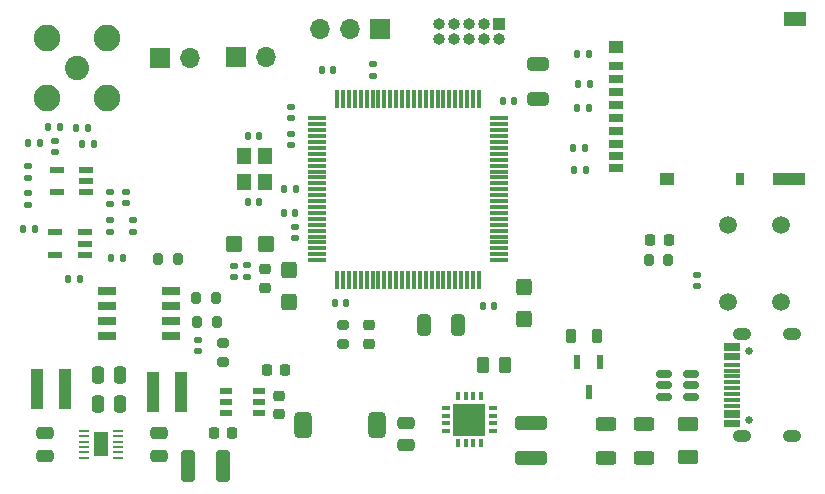
<source format=gbr>
%TF.GenerationSoftware,KiCad,Pcbnew,(5.99.0-7611-gb7875e4d41)*%
%TF.CreationDate,2020-12-16T01:58:45+00:00*%
%TF.ProjectId,CM4,434d342e-6b69-4636-9164-5f7063625858,rev?*%
%TF.SameCoordinates,Original*%
%TF.FileFunction,Soldermask,Top*%
%TF.FilePolarity,Negative*%
%FSLAX46Y46*%
G04 Gerber Fmt 4.6, Leading zero omitted, Abs format (unit mm)*
G04 Created by KiCad (PCBNEW (5.99.0-7611-gb7875e4d41)) date 2020-12-16 01:58:45*
%MOMM*%
%LPD*%
G01*
G04 APERTURE LIST*
G04 Aperture macros list*
%AMRoundRect*
0 Rectangle with rounded corners*
0 $1 Rounding radius*
0 $2 $3 $4 $5 $6 $7 $8 $9 X,Y pos of 4 corners*
0 Add a 4 corners polygon primitive as box body*
4,1,4,$2,$3,$4,$5,$6,$7,$8,$9,$2,$3,0*
0 Add four circle primitives for the rounded corners*
1,1,$1+$1,$2,$3,0*
1,1,$1+$1,$4,$5,0*
1,1,$1+$1,$6,$7,0*
1,1,$1+$1,$8,$9,0*
0 Add four rect primitives between the rounded corners*
20,1,$1+$1,$2,$3,$4,$5,0*
20,1,$1+$1,$4,$5,$6,$7,0*
20,1,$1+$1,$6,$7,$8,$9,0*
20,1,$1+$1,$8,$9,$2,$3,0*%
G04 Aperture macros list end*
%ADD10R,1.200000X0.700000*%
%ADD11R,0.800000X1.000000*%
%ADD12R,1.900000X1.300000*%
%ADD13R,2.800000X1.000000*%
%ADD14R,1.200000X1.000000*%
%ADD15R,1.000000X1.000000*%
%ADD16O,1.000000X1.000000*%
%ADD17R,1.700000X1.700000*%
%ADD18O,1.700000X1.700000*%
%ADD19RoundRect,0.250000X0.325000X0.650000X-0.325000X0.650000X-0.325000X-0.650000X0.325000X-0.650000X0*%
%ADD20RoundRect,0.250000X0.475000X-0.250000X0.475000X0.250000X-0.475000X0.250000X-0.475000X-0.250000X0*%
%ADD21RoundRect,0.250000X0.625000X-0.375000X0.625000X0.375000X-0.625000X0.375000X-0.625000X-0.375000X0*%
%ADD22RoundRect,0.250000X-0.625000X0.312500X-0.625000X-0.312500X0.625000X-0.312500X0.625000X0.312500X0*%
%ADD23RoundRect,0.135000X-0.185000X0.135000X-0.185000X-0.135000X0.185000X-0.135000X0.185000X0.135000X0*%
%ADD24RoundRect,0.250000X-0.425000X0.450000X-0.425000X-0.450000X0.425000X-0.450000X0.425000X0.450000X0*%
%ADD25RoundRect,0.140000X-0.170000X0.140000X-0.170000X-0.140000X0.170000X-0.140000X0.170000X0.140000X0*%
%ADD26RoundRect,0.150000X0.512500X0.150000X-0.512500X0.150000X-0.512500X-0.150000X0.512500X-0.150000X0*%
%ADD27RoundRect,0.135000X0.135000X0.185000X-0.135000X0.185000X-0.135000X-0.185000X0.135000X-0.185000X0*%
%ADD28RoundRect,0.250000X-1.100000X0.325000X-1.100000X-0.325000X1.100000X-0.325000X1.100000X0.325000X0*%
%ADD29RoundRect,0.218750X0.256250X-0.218750X0.256250X0.218750X-0.256250X0.218750X-0.256250X-0.218750X0*%
%ADD30RoundRect,0.250000X-0.262500X-0.450000X0.262500X-0.450000X0.262500X0.450000X-0.262500X0.450000X0*%
%ADD31RoundRect,0.140000X-0.140000X-0.170000X0.140000X-0.170000X0.140000X0.170000X-0.140000X0.170000X0*%
%ADD32RoundRect,0.140000X0.140000X0.170000X-0.140000X0.170000X-0.140000X-0.170000X0.140000X-0.170000X0*%
%ADD33RoundRect,0.135000X-0.135000X-0.185000X0.135000X-0.185000X0.135000X0.185000X-0.135000X0.185000X0*%
%ADD34RoundRect,0.140000X0.170000X-0.140000X0.170000X0.140000X-0.170000X0.140000X-0.170000X-0.140000X0*%
%ADD35RoundRect,0.250000X-0.475000X0.250000X-0.475000X-0.250000X0.475000X-0.250000X0.475000X0.250000X0*%
%ADD36C,0.670000*%
%ADD37R,1.450000X0.300000*%
%ADD38RoundRect,0.500000X0.300000X0.000000X0.300000X0.000000X-0.300000X0.000000X-0.300000X0.000000X0*%
%ADD39RoundRect,0.250000X0.650000X-0.325000X0.650000X0.325000X-0.650000X0.325000X-0.650000X-0.325000X0*%
%ADD40C,1.500000*%
%ADD41RoundRect,0.250000X0.250000X0.475000X-0.250000X0.475000X-0.250000X-0.475000X0.250000X-0.475000X0*%
%ADD42RoundRect,0.225000X-0.225000X-0.250000X0.225000X-0.250000X0.225000X0.250000X-0.225000X0.250000X0*%
%ADD43R,0.800000X0.350000*%
%ADD44R,0.350000X0.800000*%
%ADD45R,2.800000X2.800000*%
%ADD46RoundRect,0.375000X0.375000X0.725000X-0.375000X0.725000X-0.375000X-0.725000X0.375000X-0.725000X0*%
%ADD47R,1.525000X0.650000*%
%ADD48RoundRect,0.250000X0.325000X1.100000X-0.325000X1.100000X-0.325000X-1.100000X0.325000X-1.100000X0*%
%ADD49RoundRect,0.218750X-0.218750X-0.256250X0.218750X-0.256250X0.218750X0.256250X-0.218750X0.256250X0*%
%ADD50R,0.980000X3.400000*%
%ADD51R,1.200000X1.400000*%
%ADD52R,1.000001X0.599999*%
%ADD53RoundRect,0.200000X0.200000X0.275000X-0.200000X0.275000X-0.200000X-0.275000X0.200000X-0.275000X0*%
%ADD54RoundRect,0.225000X0.250000X-0.225000X0.250000X0.225000X-0.250000X0.225000X-0.250000X-0.225000X0*%
%ADD55RoundRect,0.135000X0.185000X-0.135000X0.185000X0.135000X-0.185000X0.135000X-0.185000X-0.135000X0*%
%ADD56RoundRect,0.250000X0.450000X0.425000X-0.450000X0.425000X-0.450000X-0.425000X0.450000X-0.425000X0*%
%ADD57RoundRect,0.075000X-0.725000X-0.075000X0.725000X-0.075000X0.725000X0.075000X-0.725000X0.075000X0*%
%ADD58RoundRect,0.075000X-0.075000X-0.725000X0.075000X-0.725000X0.075000X0.725000X-0.075000X0.725000X0*%
%ADD59R,0.600000X1.200000*%
%ADD60R,1.200000X0.600000*%
%ADD61RoundRect,0.200000X0.275000X-0.200000X0.275000X0.200000X-0.275000X0.200000X-0.275000X-0.200000X0*%
%ADD62RoundRect,0.218750X-0.218750X-0.381250X0.218750X-0.381250X0.218750X0.381250X-0.218750X0.381250X0*%
%ADD63R,0.850000X0.250000*%
%ADD64R,1.310000X2.120000*%
%ADD65C,2.050000*%
%ADD66C,2.250000*%
G04 APERTURE END LIST*
D10*
%TO.C,J4*%
X147825000Y-80625000D03*
X147825000Y-81725000D03*
X147825000Y-82825000D03*
X147825000Y-83925000D03*
X147825000Y-85025000D03*
X147825000Y-86125000D03*
X147825000Y-87225000D03*
X147825000Y-88325000D03*
X147825000Y-89275000D03*
D11*
X158325000Y-90225000D03*
D12*
X162925000Y-76725000D03*
D13*
X162475000Y-90225000D03*
D14*
X152125000Y-90225000D03*
X147825000Y-79075000D03*
%TD*%
D15*
%TO.C,J3*%
X137900000Y-77100000D03*
D16*
X137900000Y-78370000D03*
X136630000Y-77100000D03*
X136630000Y-78370000D03*
X135360000Y-77100000D03*
X135360000Y-78370000D03*
X134090000Y-77100000D03*
X134090000Y-78370000D03*
X132820000Y-77100000D03*
X132820000Y-78370000D03*
%TD*%
D17*
%TO.C,J6*%
X109200000Y-80000000D03*
D18*
X111740000Y-80000000D03*
%TD*%
D19*
%TO.C,C15*%
X134475000Y-102600000D03*
X131525000Y-102600000D03*
%TD*%
D20*
%TO.C,C12*%
X130000000Y-112750000D03*
X130000000Y-110850000D03*
%TD*%
D21*
%TO.C,F1*%
X153900000Y-113800000D03*
X153900000Y-111000000D03*
%TD*%
D22*
%TO.C,R15*%
X147000000Y-110937500D03*
X147000000Y-113862500D03*
%TD*%
D23*
%TO.C,R3*%
X106900000Y-93690000D03*
X106900000Y-94710000D03*
%TD*%
D24*
%TO.C,C25*%
X120142000Y-97964000D03*
X120142000Y-100664000D03*
%TD*%
D25*
%TO.C,C18*%
X120300000Y-86420000D03*
X120300000Y-87380000D03*
%TD*%
D26*
%TO.C,U1*%
X154137500Y-108650000D03*
X154137500Y-107700000D03*
X154137500Y-106750000D03*
X151862500Y-106750000D03*
X151862500Y-107700000D03*
X151862500Y-108650000D03*
%TD*%
D27*
%TO.C,R24*%
X145510000Y-84200000D03*
X144490000Y-84200000D03*
%TD*%
D28*
%TO.C,C11*%
X140600000Y-110925000D03*
X140600000Y-113875000D03*
%TD*%
D29*
%TO.C,D2*%
X126900000Y-104187500D03*
X126900000Y-102612500D03*
%TD*%
D30*
%TO.C,R17*%
X136587500Y-106000000D03*
X138412500Y-106000000D03*
%TD*%
D31*
%TO.C,C17*%
X138220000Y-83600000D03*
X139180000Y-83600000D03*
%TD*%
D24*
%TO.C,C13*%
X140000000Y-99350000D03*
X140000000Y-102050000D03*
%TD*%
D32*
%TO.C,C16*%
X124980000Y-100700000D03*
X124020000Y-100700000D03*
%TD*%
D33*
%TO.C,R2*%
X97990000Y-87200000D03*
X99010000Y-87200000D03*
%TD*%
D34*
%TO.C,C1*%
X105000000Y-94680000D03*
X105000000Y-93720000D03*
%TD*%
D32*
%TO.C,C2*%
X103080000Y-85900000D03*
X102120000Y-85900000D03*
%TD*%
D27*
%TO.C,R8*%
X102410000Y-98700000D03*
X101390000Y-98700000D03*
%TD*%
D35*
%TO.C,C9*%
X109100000Y-111750000D03*
X109100000Y-113650000D03*
%TD*%
D36*
%TO.C,J2*%
X159050000Y-104800000D03*
X159050000Y-110600000D03*
D37*
X157600000Y-111100000D03*
X157600000Y-110300000D03*
X157600000Y-108950000D03*
X157600000Y-107950000D03*
X157600000Y-107450000D03*
X157600000Y-106450000D03*
X157600000Y-105100000D03*
X157600000Y-104300000D03*
X157600000Y-104600000D03*
X157600000Y-105400000D03*
X157600000Y-105950000D03*
X157600000Y-106950000D03*
X157600000Y-108450000D03*
X157600000Y-109450000D03*
X157600000Y-110000000D03*
X157600000Y-110800000D03*
D38*
X158520000Y-112020000D03*
X158520000Y-103380000D03*
X162700000Y-103380000D03*
X162700000Y-112020000D03*
%TD*%
D39*
%TO.C,C19*%
X141200000Y-83475000D03*
X141200000Y-80525000D03*
%TD*%
D40*
%TO.C,S1*%
X161800000Y-100650000D03*
X161800000Y-94150000D03*
X157300000Y-94150000D03*
X157300000Y-100650000D03*
%TD*%
D27*
%TO.C,R20*%
X120710000Y-91100000D03*
X119690000Y-91100000D03*
%TD*%
D41*
%TO.C,C8*%
X105850000Y-106850000D03*
X103950000Y-106850000D03*
%TD*%
D33*
%TO.C,R6*%
X102610000Y-87300000D03*
X103630000Y-87300000D03*
%TD*%
D42*
%TO.C,C27*%
X113779000Y-111760000D03*
X115329000Y-111760000D03*
%TD*%
D43*
%TO.C,IC5*%
X133400000Y-109625000D03*
X133400000Y-110275000D03*
X133400000Y-110925000D03*
X133400000Y-111575000D03*
D44*
X134425000Y-112600000D03*
X135075000Y-112600000D03*
X135725000Y-112600000D03*
X136375000Y-112600000D03*
D43*
X137400000Y-111575000D03*
X137400000Y-110925000D03*
X137400000Y-110275000D03*
X137400000Y-109625000D03*
D44*
X136375000Y-108600000D03*
X135725000Y-108600000D03*
X135075000Y-108600000D03*
X134425000Y-108600000D03*
D45*
X135400000Y-110600000D03*
%TD*%
D25*
%TO.C,C5*%
X112400000Y-103820000D03*
X112400000Y-104780000D03*
%TD*%
D27*
%TO.C,R26*%
X145310000Y-89500000D03*
X144290000Y-89500000D03*
%TD*%
D41*
%TO.C,C6*%
X105850000Y-109300000D03*
X103950000Y-109300000D03*
%TD*%
D25*
%TO.C,C4*%
X100300000Y-87020000D03*
X100300000Y-87980000D03*
%TD*%
D46*
%TO.C,L3*%
X127586000Y-111041000D03*
X121286000Y-111041000D03*
%TD*%
D27*
%TO.C,R23*%
X145610000Y-82200000D03*
X144590000Y-82200000D03*
%TD*%
D47*
%TO.C,IC3*%
X110112000Y-103505000D03*
X110112000Y-102235000D03*
X110112000Y-100965000D03*
X110112000Y-99695000D03*
X104688000Y-99695000D03*
X104688000Y-100965000D03*
X104688000Y-102235000D03*
X104688000Y-103505000D03*
%TD*%
D48*
%TO.C,C10*%
X114505000Y-114554000D03*
X111555000Y-114554000D03*
%TD*%
D22*
%TO.C,R16*%
X150200000Y-110937500D03*
X150200000Y-113862500D03*
%TD*%
D49*
%TO.C,D3*%
X150700000Y-95400000D03*
X152275000Y-95400000D03*
%TD*%
D27*
%TO.C,R25*%
X145210000Y-87600000D03*
X144190000Y-87600000D03*
%TD*%
D50*
%TO.C,L2*%
X108615000Y-108300000D03*
X110985000Y-108300000D03*
%TD*%
D31*
%TO.C,C21*%
X122920000Y-81000000D03*
X123880000Y-81000000D03*
%TD*%
D51*
%TO.C,Y1*%
X116350000Y-88300000D03*
X116350000Y-90500000D03*
X118050000Y-90500000D03*
X118050000Y-88300000D03*
%TD*%
D17*
%TO.C,J7*%
X127800000Y-77500000D03*
D18*
X125260000Y-77500000D03*
X122720000Y-77500000D03*
%TD*%
D33*
%TO.C,R1*%
X105090000Y-96900000D03*
X106110000Y-96900000D03*
%TD*%
D52*
%TO.C,U3*%
X114829999Y-108142999D03*
X114829999Y-109093000D03*
X114829999Y-110042998D03*
X117579999Y-110042998D03*
X117579999Y-109093000D03*
X117579999Y-108142999D03*
%TD*%
D29*
%TO.C,FB2*%
X118110000Y-99466500D03*
X118110000Y-97891500D03*
%TD*%
D34*
%TO.C,C20*%
X120300000Y-85080000D03*
X120300000Y-84120000D03*
%TD*%
D35*
%TO.C,C7*%
X99500000Y-111750000D03*
X99500000Y-113650000D03*
%TD*%
D53*
%TO.C,R13*%
X110725000Y-97000000D03*
X109075000Y-97000000D03*
%TD*%
D54*
%TO.C,C22*%
X119253000Y-110122000D03*
X119253000Y-108572000D03*
%TD*%
D25*
%TO.C,C26*%
X115443000Y-97564000D03*
X115443000Y-98524000D03*
%TD*%
D55*
%TO.C,R27*%
X127200000Y-81510000D03*
X127200000Y-80490000D03*
%TD*%
D23*
%TO.C,R9*%
X98000000Y-91390000D03*
X98000000Y-92410000D03*
%TD*%
D34*
%TO.C,C50*%
X154700000Y-99280000D03*
X154700000Y-98320000D03*
%TD*%
D31*
%TO.C,C48*%
X116620000Y-92200000D03*
X117580000Y-92200000D03*
%TD*%
D56*
%TO.C,C23*%
X118190000Y-95758000D03*
X115490000Y-95758000D03*
%TD*%
D53*
%TO.C,R28*%
X152212500Y-97100000D03*
X150562500Y-97100000D03*
%TD*%
%TO.C,R11*%
X114025000Y-102300000D03*
X112375000Y-102300000D03*
%TD*%
D23*
%TO.C,R10*%
X98000000Y-89090000D03*
X98000000Y-90110000D03*
%TD*%
D57*
%TO.C,U2*%
X122525000Y-85100000D03*
X122525000Y-85600000D03*
X122525000Y-86100000D03*
X122525000Y-86600000D03*
X122525000Y-87100000D03*
X122525000Y-87600000D03*
X122525000Y-88100000D03*
X122525000Y-88600000D03*
X122525000Y-89100000D03*
X122525000Y-89600000D03*
X122525000Y-90100000D03*
X122525000Y-90600000D03*
X122525000Y-91100000D03*
X122525000Y-91600000D03*
X122525000Y-92100000D03*
X122525000Y-92600000D03*
X122525000Y-93100000D03*
X122525000Y-93600000D03*
X122525000Y-94100000D03*
X122525000Y-94600000D03*
X122525000Y-95100000D03*
X122525000Y-95600000D03*
X122525000Y-96100000D03*
X122525000Y-96600000D03*
X122525000Y-97100000D03*
D58*
X124200000Y-98775000D03*
X124700000Y-98775000D03*
X125200000Y-98775000D03*
X125700000Y-98775000D03*
X126200000Y-98775000D03*
X126700000Y-98775000D03*
X127200000Y-98775000D03*
X127700000Y-98775000D03*
X128200000Y-98775000D03*
X128700000Y-98775000D03*
X129200000Y-98775000D03*
X129700000Y-98775000D03*
X130200000Y-98775000D03*
X130700000Y-98775000D03*
X131200000Y-98775000D03*
X131700000Y-98775000D03*
X132200000Y-98775000D03*
X132700000Y-98775000D03*
X133200000Y-98775000D03*
X133700000Y-98775000D03*
X134200000Y-98775000D03*
X134700000Y-98775000D03*
X135200000Y-98775000D03*
X135700000Y-98775000D03*
X136200000Y-98775000D03*
D57*
X137875000Y-97100000D03*
X137875000Y-96600000D03*
X137875000Y-96100000D03*
X137875000Y-95600000D03*
X137875000Y-95100000D03*
X137875000Y-94600000D03*
X137875000Y-94100000D03*
X137875000Y-93600000D03*
X137875000Y-93100000D03*
X137875000Y-92600000D03*
X137875000Y-92100000D03*
X137875000Y-91600000D03*
X137875000Y-91100000D03*
X137875000Y-90600000D03*
X137875000Y-90100000D03*
X137875000Y-89600000D03*
X137875000Y-89100000D03*
X137875000Y-88600000D03*
X137875000Y-88100000D03*
X137875000Y-87600000D03*
X137875000Y-87100000D03*
X137875000Y-86600000D03*
X137875000Y-86100000D03*
X137875000Y-85600000D03*
X137875000Y-85100000D03*
D58*
X136200000Y-83425000D03*
X135700000Y-83425000D03*
X135200000Y-83425000D03*
X134700000Y-83425000D03*
X134200000Y-83425000D03*
X133700000Y-83425000D03*
X133200000Y-83425000D03*
X132700000Y-83425000D03*
X132200000Y-83425000D03*
X131700000Y-83425000D03*
X131200000Y-83425000D03*
X130700000Y-83425000D03*
X130200000Y-83425000D03*
X129700000Y-83425000D03*
X129200000Y-83425000D03*
X128700000Y-83425000D03*
X128200000Y-83425000D03*
X127700000Y-83425000D03*
X127200000Y-83425000D03*
X126700000Y-83425000D03*
X126200000Y-83425000D03*
X125700000Y-83425000D03*
X125200000Y-83425000D03*
X124700000Y-83425000D03*
X124200000Y-83425000D03*
%TD*%
D53*
%TO.C,R14*%
X113925000Y-100300000D03*
X112275000Y-100300000D03*
%TD*%
D50*
%TO.C,L1*%
X101185000Y-108000000D03*
X98815000Y-108000000D03*
%TD*%
D59*
%TO.C,Q1*%
X146450000Y-105750000D03*
X144550000Y-105750000D03*
X145500000Y-108250000D03*
%TD*%
D34*
%TO.C,C3*%
X106300000Y-92280000D03*
X106300000Y-91320000D03*
%TD*%
D60*
%TO.C,IC1*%
X102850000Y-96650000D03*
X102850000Y-95700000D03*
X102850000Y-94750000D03*
X100350000Y-94750000D03*
X100350000Y-96650000D03*
%TD*%
%TO.C,IC2*%
X102950000Y-91350000D03*
X102950000Y-90400000D03*
X102950000Y-89450000D03*
X100450000Y-89450000D03*
X100450000Y-91350000D03*
%TD*%
D42*
%TO.C,C28*%
X118224000Y-106426000D03*
X119774000Y-106426000D03*
%TD*%
D31*
%TO.C,C29*%
X119662000Y-93091000D03*
X120622000Y-93091000D03*
%TD*%
%TO.C,C49*%
X116620000Y-86600000D03*
X117580000Y-86600000D03*
%TD*%
D33*
%TO.C,R4*%
X99690000Y-85800000D03*
X100710000Y-85800000D03*
%TD*%
D27*
%TO.C,R22*%
X145560000Y-79650000D03*
X144540000Y-79650000D03*
%TD*%
D17*
%TO.C,J5*%
X115600000Y-79900000D03*
D18*
X118140000Y-79900000D03*
%TD*%
D55*
%TO.C,R5*%
X105000000Y-92310000D03*
X105000000Y-91290000D03*
%TD*%
D32*
%TO.C,C14*%
X137480000Y-101000000D03*
X136520000Y-101000000D03*
%TD*%
D61*
%TO.C,R12*%
X114500000Y-105725000D03*
X114500000Y-104075000D03*
%TD*%
D27*
%TO.C,R7*%
X98610000Y-94500000D03*
X97590000Y-94500000D03*
%TD*%
D62*
%TO.C,FB1*%
X144037500Y-103500000D03*
X146162500Y-103500000D03*
%TD*%
D25*
%TO.C,C24*%
X120650000Y-94262000D03*
X120650000Y-95222000D03*
%TD*%
D23*
%TO.C,R18*%
X116586000Y-97534000D03*
X116586000Y-98554000D03*
%TD*%
D63*
%TO.C,IC4*%
X102750000Y-111575000D03*
X102750000Y-112025000D03*
X102750000Y-112475000D03*
X102750000Y-112925000D03*
X102750000Y-113375000D03*
X102750000Y-113825000D03*
X105650000Y-113825000D03*
X105650000Y-113375000D03*
X105650000Y-112925000D03*
X105650000Y-112475000D03*
X105650000Y-112025000D03*
X105650000Y-111575000D03*
D64*
X104200000Y-112700000D03*
%TD*%
D61*
%TO.C,R21*%
X124700000Y-104225000D03*
X124700000Y-102575000D03*
%TD*%
D65*
%TO.C,J1*%
X102200000Y-80800000D03*
D66*
X104740000Y-83340000D03*
X99660000Y-78260000D03*
X104740000Y-78260000D03*
X99660000Y-83340000D03*
%TD*%
M02*

</source>
